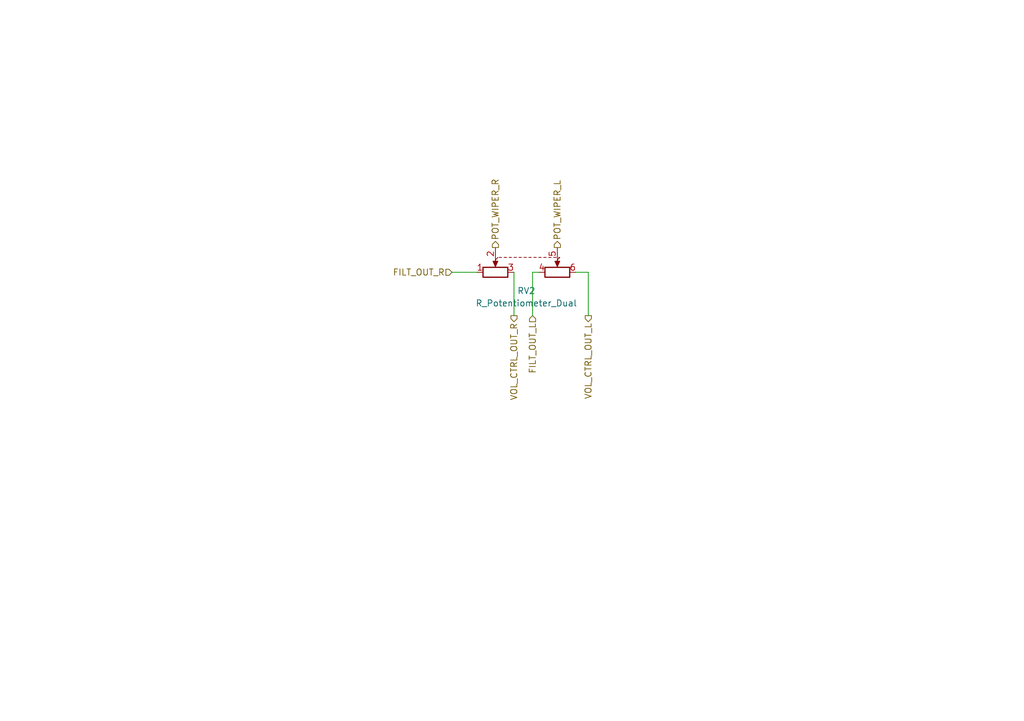
<source format=kicad_sch>
(kicad_sch (version 20231120) (generator "eeschema") (generator_version "8.0")
  (paper "A5")
  (lib_symbols
    (symbol "Device:R_Potentiometer_Dual" (pin_names (offset 1.016) hide)
      (property "Reference" "RV" (at 0 3.81 0))
      (property "Value" "R_Potentiometer_Dual" (at 0 1.905 0))
      (symbol "R_Potentiometer_Dual_0_1"
        (rectangle (start -8.89 -1.524) (end -3.81 -3.556) (stroke (width 0.254)))
        (polyline (pts (xy -6.35 0) (xy -6.35 -1.016)))
        (polyline (pts (xy -6.35 0) (xy -6.35 -1.016)))
        (polyline (pts (xy -6.35 0) (xy -5.842 0.508)))
        (polyline (pts (xy -5.588 0.508) (xy -5.08 0.508)))
        (polyline (pts (xy -4.572 0.508) (xy -4.064 0.508)))
        (polyline (pts (xy -3.556 0.508) (xy -3.048 0.508)))
        (polyline (pts (xy -2.54 0.508) (xy -2.032 0.508)))
        (polyline (pts (xy -1.524 0.508) (xy -1.016 0.508)))
        (polyline (pts (xy -0.508 0.508) (xy 0 0.508)))
        (polyline (pts (xy 0.508 0.508) (xy 1.016 0.508)))
        (polyline (pts (xy 1.524 0.508) (xy 2.032 0.508)))
        (polyline (pts (xy 2.54 0.508) (xy 3.048 0.508)))
        (polyline (pts (xy 3.556 0.508) (xy 4.064 0.508)))
        (polyline (pts (xy 4.572 0.508) (xy 5.08 0.508)))
        (polyline (pts (xy 5.588 0.508) (xy 6.096 0.508)))
        (polyline (pts (xy 6.35 0) (xy 6.35 -1.016)))
        (polyline (pts (xy 6.35 0) (xy 6.35 -1.016)))
        (polyline (pts (xy 6.604 0.508) (xy 6.858 0.508) (xy 6.35 0)))
        (polyline (pts (xy -6.35 -1.397) (xy -6.858 -0.254) (xy -5.842 -0.254) (xy -6.35 -1.397)) (fill (type outline)))
        (polyline (pts (xy 6.35 -1.397) (xy 5.842 -0.254) (xy 6.858 -0.254) (xy 6.35 -1.397)) (fill (type outline)))
        (rectangle (start 3.81 -1.524) (end 8.89 -3.556) (stroke (width 0.254)))
      )
      (symbol "R_Potentiometer_Dual_1_1"
        (pin passive line (at -10.16 -2.54 0) (length 1.27) (name "1") (number "1"))
        (pin passive line (at -6.35 2.54 270) (length 2.54) (name "2") (number "2"))
        (pin passive line (at -2.54 -2.54 180) (length 1.27) (name "3") (number "3"))
        (pin passive line (at 2.54 -2.54 0) (length 1.27) (name "4") (number "4"))
        (pin passive line (at 6.35 2.54 270) (length 2.54) (name "5") (number "5"))
        (pin passive line (at 10.16 -2.54 180) (length 1.27) (name "6") (number "6"))
      )
    )
  )
  (wire (pts (xy 92.71 55.88) (xy 97.79 55.88)))
  (wire (pts (xy 120.65 55.88) (xy 118.11 55.88)))
  (wire (pts (xy 109.22 55.88) (xy 110.49 55.88)))
  (wire (pts (xy 120.65 64.77) (xy 120.65 55.88)))
  (wire (pts (xy 105.41 55.88) (xy 105.41 64.77)))
  (wire (pts (xy 109.22 64.77) (xy 109.22 55.88)))
  (hierarchical_label "POT_WIPER_R" (shape output) (at 101.6 50.8 90))
  (hierarchical_label "POT_WIPER_L" (shape output) (at 114.3 50.8 90))
  (hierarchical_label "FILT_OUT_L" (shape input) (at 109.22 64.77 270))
  (hierarchical_label "VOL_CTRL_OUT_L" (shape output) (at 120.65 64.77 270))
  (hierarchical_label "FILT_OUT_R" (shape input) (at 92.71 55.88 180))
  (hierarchical_label "VOL_CTRL_OUT_R" (shape output) (at 105.41 64.77 270))
  (symbol (lib_id "Device:R_Potentiometer_Dual") (at 107.95 53.34 0) (unit 1)
    (property "Reference" "RV2" (at 107.95 59.69 0))
    (property "Value" "R_Potentiometer_Dual" (at 107.95 62.23 0))
    (property "Footprint" "potentiometer:POT_PTN16-A10220K1B2" (effects (hide yes)))
    (property "Description" "Dual potentiometer" (effects (hide yes)))
  )
)
</source>
